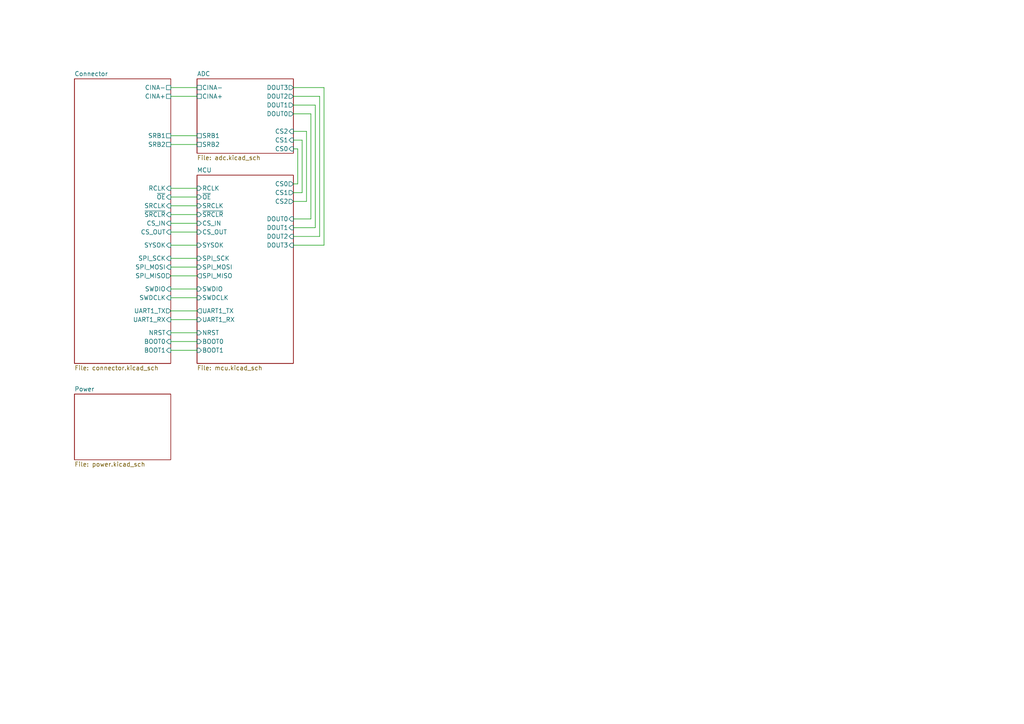
<source format=kicad_sch>
(kicad_sch (version 20230121) (generator eeschema)

  (uuid edce6e4b-dbee-4006-90c7-70e47f82b9ee)

  (paper "A4")

  (title_block
    (title "YEG Channel Board")
    (date "2024-02-07")
    (rev "1")
    (company "Yet Another AI Ltd.")
  )

  (lib_symbols
  )


  (wire (pts (xy 85.09 27.94) (xy 92.71 27.94))
    (stroke (width 0) (type default))
    (uuid 003dae8a-43c4-46c2-9e5a-69c5f37f108e)
  )
  (wire (pts (xy 49.53 99.06) (xy 57.15 99.06))
    (stroke (width 0) (type default))
    (uuid 053fc2b7-a830-43fb-a9de-4340507e574b)
  )
  (wire (pts (xy 49.53 64.77) (xy 57.15 64.77))
    (stroke (width 0) (type default))
    (uuid 1ae9f91a-057e-4389-b685-1aa2567df324)
  )
  (wire (pts (xy 93.98 25.4) (xy 85.09 25.4))
    (stroke (width 0) (type default))
    (uuid 1cc5eb09-98b6-4a44-b59f-a86a597dff6b)
  )
  (wire (pts (xy 49.53 54.61) (xy 57.15 54.61))
    (stroke (width 0) (type default))
    (uuid 1f6e3be1-2aee-4674-9d93-c143308136c6)
  )
  (wire (pts (xy 85.09 66.04) (xy 91.44 66.04))
    (stroke (width 0) (type default))
    (uuid 219ce32e-3a63-4096-8e91-8e1e8fd0fa72)
  )
  (wire (pts (xy 49.53 92.71) (xy 57.15 92.71))
    (stroke (width 0) (type default))
    (uuid 26aac460-29ae-4b95-87ac-73d76ac9918a)
  )
  (wire (pts (xy 87.63 40.64) (xy 87.63 55.88))
    (stroke (width 0) (type default))
    (uuid 26c131a8-6d38-401a-9522-608ebed555e7)
  )
  (wire (pts (xy 49.53 96.52) (xy 57.15 96.52))
    (stroke (width 0) (type default))
    (uuid 2b0e6ab8-70ba-45a2-a3d6-d7e930e15a0d)
  )
  (wire (pts (xy 85.09 71.12) (xy 93.98 71.12))
    (stroke (width 0) (type default))
    (uuid 497400e3-d010-48c6-8f75-a126dce17564)
  )
  (wire (pts (xy 49.53 80.01) (xy 57.15 80.01))
    (stroke (width 0) (type default))
    (uuid 4ace89a6-1832-4ea3-8654-65fd83de827b)
  )
  (wire (pts (xy 49.53 62.23) (xy 57.15 62.23))
    (stroke (width 0) (type default))
    (uuid 500572b8-4287-451f-b049-ab778177197e)
  )
  (wire (pts (xy 91.44 66.04) (xy 91.44 30.48))
    (stroke (width 0) (type default))
    (uuid 5eaa52b0-cb5c-4e33-9ae2-02faf7989a6d)
  )
  (wire (pts (xy 86.36 53.34) (xy 86.36 43.18))
    (stroke (width 0) (type default))
    (uuid 632cedf1-05bb-4398-875e-335d6bedc899)
  )
  (wire (pts (xy 49.53 59.69) (xy 57.15 59.69))
    (stroke (width 0) (type default))
    (uuid 63f59783-2eba-4e2e-a9ea-d6de0a7428f8)
  )
  (wire (pts (xy 87.63 55.88) (xy 85.09 55.88))
    (stroke (width 0) (type default))
    (uuid 68d1435b-4e75-49da-b5e5-df26d498696c)
  )
  (wire (pts (xy 49.53 57.15) (xy 57.15 57.15))
    (stroke (width 0) (type default))
    (uuid 7569c48d-9d3c-44a9-9ed0-03da650254b2)
  )
  (wire (pts (xy 49.53 71.12) (xy 57.15 71.12))
    (stroke (width 0) (type default))
    (uuid 7b889d4d-ac7b-4e06-b53d-bb3ef4fb02ca)
  )
  (wire (pts (xy 49.53 83.82) (xy 57.15 83.82))
    (stroke (width 0) (type default))
    (uuid 7fd41c51-b1c1-4e38-ad2c-d55d62740994)
  )
  (wire (pts (xy 93.98 71.12) (xy 93.98 25.4))
    (stroke (width 0) (type default))
    (uuid 88d5df96-bbe3-4915-aaf6-5febbf9535ee)
  )
  (wire (pts (xy 86.36 43.18) (xy 85.09 43.18))
    (stroke (width 0) (type default))
    (uuid 8f13c025-9a3d-483e-a64f-ad21c9c715ba)
  )
  (wire (pts (xy 91.44 30.48) (xy 85.09 30.48))
    (stroke (width 0) (type default))
    (uuid 95dd911b-e330-4429-a1ed-749b18324695)
  )
  (wire (pts (xy 85.09 40.64) (xy 87.63 40.64))
    (stroke (width 0) (type default))
    (uuid 9749535d-e2b0-4f2f-970e-bda8ee0b9343)
  )
  (wire (pts (xy 49.53 101.6) (xy 57.15 101.6))
    (stroke (width 0) (type default))
    (uuid 9fa71aa0-d43c-4884-a7ed-a20521d410fc)
  )
  (wire (pts (xy 90.17 33.02) (xy 90.17 63.5))
    (stroke (width 0) (type default))
    (uuid a085a170-0c0a-40ef-95fa-1b153abc16bf)
  )
  (wire (pts (xy 49.53 25.4) (xy 57.15 25.4))
    (stroke (width 0) (type default))
    (uuid a26c0879-204e-40ab-8949-6d9da97efa4a)
  )
  (wire (pts (xy 49.53 86.36) (xy 57.15 86.36))
    (stroke (width 0) (type default))
    (uuid a682f15f-aa25-475b-ad38-4a2c741b2bfe)
  )
  (wire (pts (xy 88.9 58.42) (xy 88.9 38.1))
    (stroke (width 0) (type default))
    (uuid a7b6111b-2199-42fd-ad23-52843cc1388d)
  )
  (wire (pts (xy 49.53 39.37) (xy 57.15 39.37))
    (stroke (width 0) (type default))
    (uuid b12c5443-a9f6-4d92-b240-ced13f3d213d)
  )
  (wire (pts (xy 49.53 67.31) (xy 57.15 67.31))
    (stroke (width 0) (type default))
    (uuid bc0f845a-718b-4610-ac5d-1c0c63cdaa96)
  )
  (wire (pts (xy 88.9 38.1) (xy 85.09 38.1))
    (stroke (width 0) (type default))
    (uuid c7b3c974-3f8e-46de-b8a1-b23e80dfc3ac)
  )
  (wire (pts (xy 85.09 53.34) (xy 86.36 53.34))
    (stroke (width 0) (type default))
    (uuid cf5d6cc2-d202-498b-affb-65f37df4c57b)
  )
  (wire (pts (xy 90.17 63.5) (xy 85.09 63.5))
    (stroke (width 0) (type default))
    (uuid d5221d48-b98d-4c98-b2ef-5e5a30ee51f8)
  )
  (wire (pts (xy 49.53 77.47) (xy 57.15 77.47))
    (stroke (width 0) (type default))
    (uuid d7c50b22-9599-4864-bda1-b5df7c5bbe23)
  )
  (wire (pts (xy 49.53 27.94) (xy 57.15 27.94))
    (stroke (width 0) (type default))
    (uuid da61c07f-2849-400d-8517-ab703a038fa2)
  )
  (wire (pts (xy 92.71 27.94) (xy 92.71 68.58))
    (stroke (width 0) (type default))
    (uuid dacb28bb-e166-44f8-80b5-796e49f866b0)
  )
  (wire (pts (xy 49.53 41.91) (xy 57.15 41.91))
    (stroke (width 0) (type default))
    (uuid dc4f6853-3efd-45df-bd83-5850175dda04)
  )
  (wire (pts (xy 85.09 58.42) (xy 88.9 58.42))
    (stroke (width 0) (type default))
    (uuid e94af9c8-500b-4007-bf70-0f3ea36074de)
  )
  (wire (pts (xy 49.53 74.93) (xy 57.15 74.93))
    (stroke (width 0) (type default))
    (uuid ee1af940-d5e6-45ba-8a81-fc4efa194bbd)
  )
  (wire (pts (xy 49.53 90.17) (xy 57.15 90.17))
    (stroke (width 0) (type default))
    (uuid f543e161-55ff-4b03-b377-07818522765d)
  )
  (wire (pts (xy 85.09 33.02) (xy 90.17 33.02))
    (stroke (width 0) (type default))
    (uuid feca7b3a-7d45-4f62-bcde-779c4a14fc95)
  )
  (wire (pts (xy 92.71 68.58) (xy 85.09 68.58))
    (stroke (width 0) (type default))
    (uuid fef233b7-664f-47e4-8568-cc599d880e4f)
  )

  (sheet (at 21.59 114.3) (size 27.94 19.05) (fields_autoplaced)
    (stroke (width 0.1524) (type solid))
    (fill (color 0 0 0 0.0000))
    (uuid 7c2cc44e-c50b-411c-8e87-9b63e86eea9e)
    (property "Sheetname" "Power" (at 21.59 113.5884 0)
      (effects (font (size 1.27 1.27)) (justify left bottom))
    )
    (property "Sheetfile" "power.kicad_sch" (at 21.59 133.9346 0)
      (effects (font (size 1.27 1.27)) (justify left top))
    )
    (instances
      (project "yeg-channel"
        (path "/edce6e4b-dbee-4006-90c7-70e47f82b9ee" (page "2"))
      )
    )
  )

  (sheet (at 57.15 50.8) (size 27.94 54.61) (fields_autoplaced)
    (stroke (width 0.1524) (type solid))
    (fill (color 0 0 0 0.0000))
    (uuid ad95453f-f0f1-4f97-be17-af84b4f59281)
    (property "Sheetname" "MCU" (at 57.15 50.0884 0)
      (effects (font (size 1.27 1.27)) (justify left bottom))
    )
    (property "Sheetfile" "mcu.kicad_sch" (at 57.15 105.9946 0)
      (effects (font (size 1.27 1.27)) (justify left top))
    )
    (pin "BOOT0" input (at 57.15 99.06 180)
      (effects (font (size 1.27 1.27)) (justify left))
      (uuid b94cc3c4-78d8-431e-856c-7cf51ff6ee00)
    )
    (pin "NRST" input (at 57.15 96.52 180)
      (effects (font (size 1.27 1.27)) (justify left))
      (uuid dd5fd151-1fe2-4961-a5f5-6207d4897609)
    )
    (pin "BOOT1" input (at 57.15 101.6 180)
      (effects (font (size 1.27 1.27)) (justify left))
      (uuid 353efdb9-8891-4cb9-acbb-4559723b143f)
    )
    (pin "CS1" output (at 85.09 55.88 0)
      (effects (font (size 1.27 1.27)) (justify right))
      (uuid 822b7b39-bb29-42f5-a325-e24d4c6fe25c)
    )
    (pin "CS2" output (at 85.09 58.42 0)
      (effects (font (size 1.27 1.27)) (justify right))
      (uuid aa2fee58-112e-4540-8273-78fcec3f71df)
    )
    (pin "CS0" output (at 85.09 53.34 0)
      (effects (font (size 1.27 1.27)) (justify right))
      (uuid 0d13aa6b-886b-440c-8bd1-576102e7fd53)
    )
    (pin "DOUT0" input (at 85.09 63.5 0)
      (effects (font (size 1.27 1.27)) (justify right))
      (uuid 64088942-a1d3-4b27-8438-1e31655a5176)
    )
    (pin "DOUT1" input (at 85.09 66.04 0)
      (effects (font (size 1.27 1.27)) (justify right))
      (uuid 22cecfe0-ae7f-49cc-948b-adf083322cb0)
    )
    (pin "DOUT2" input (at 85.09 68.58 0)
      (effects (font (size 1.27 1.27)) (justify right))
      (uuid f9740443-117a-4fb3-bfa5-f9025dcae80f)
    )
    (pin "UART1_RX" input (at 57.15 92.71 180)
      (effects (font (size 1.27 1.27)) (justify left))
      (uuid 9f1f166c-f1fd-4260-a75a-c711dade3ddd)
    )
    (pin "SWDCLK" input (at 57.15 86.36 180)
      (effects (font (size 1.27 1.27)) (justify left))
      (uuid e7597e0e-69aa-4e78-935a-3d415db0b505)
    )
    (pin "SWDIO" input (at 57.15 83.82 180)
      (effects (font (size 1.27 1.27)) (justify left))
      (uuid ec6e5a16-0242-43da-a605-f736262b3bac)
    )
    (pin "UART1_TX" output (at 57.15 90.17 180)
      (effects (font (size 1.27 1.27)) (justify left))
      (uuid bf5ae243-c2d4-46d5-8edf-11547a1c0642)
    )
    (pin "DOUT3" input (at 85.09 71.12 0)
      (effects (font (size 1.27 1.27)) (justify right))
      (uuid 8dc8edac-e6f8-42bf-a448-aaba83a54a60)
    )
    (pin "SPI_MISO" output (at 57.15 80.01 180)
      (effects (font (size 1.27 1.27)) (justify left))
      (uuid 5f48f121-3f24-4775-93c1-31c455323ec4)
    )
    (pin "SPI_MOSI" input (at 57.15 77.47 180)
      (effects (font (size 1.27 1.27)) (justify left))
      (uuid 2ce50627-40ea-460e-a1fe-92d6343db23a)
    )
    (pin "SPI_SCK" input (at 57.15 74.93 180)
      (effects (font (size 1.27 1.27)) (justify left))
      (uuid 6b663a3b-ac23-4ae9-9c85-5f0bb9ef1cfa)
    )
    (pin "CS_OUT" input (at 57.15 67.31 180)
      (effects (font (size 1.27 1.27)) (justify left))
      (uuid add5626b-e37a-4e1e-a22d-1bdfc987bed6)
    )
    (pin "RCLK" input (at 57.15 54.61 180)
      (effects (font (size 1.27 1.27)) (justify left))
      (uuid b2dedc79-cabe-489b-a9da-50003589c06c)
    )
    (pin "~{OE}" input (at 57.15 57.15 180)
      (effects (font (size 1.27 1.27)) (justify left))
      (uuid d9363d97-acc7-4cca-982e-59749fa7e316)
    )
    (pin "SRCLK" input (at 57.15 59.69 180)
      (effects (font (size 1.27 1.27)) (justify left))
      (uuid 0fc77d56-94db-4e07-af2b-07c3b7131687)
    )
    (pin "~{SRCLR}" input (at 57.15 62.23 180)
      (effects (font (size 1.27 1.27)) (justify left))
      (uuid 7737f1ae-1785-4261-a916-81b130d5a2da)
    )
    (pin "CS_IN" input (at 57.15 64.77 180)
      (effects (font (size 1.27 1.27)) (justify left))
      (uuid ce23f448-d7e6-4870-bd8d-1d390f27a101)
    )
    (pin "SYSOK" input (at 57.15 71.12 180)
      (effects (font (size 1.27 1.27)) (justify left))
      (uuid 2487b591-d390-4c1f-8251-7e45519e66b2)
    )
    (instances
      (project "yeg-channel"
        (path "/edce6e4b-dbee-4006-90c7-70e47f82b9ee" (page "3"))
      )
    )
  )

  (sheet (at 21.59 22.86) (size 27.94 82.55) (fields_autoplaced)
    (stroke (width 0.1524) (type solid))
    (fill (color 0 0 0 0.0000))
    (uuid f5fcc3d1-5b44-4066-a840-e185e147657a)
    (property "Sheetname" "Connector" (at 21.59 22.1484 0)
      (effects (font (size 1.27 1.27)) (justify left bottom))
    )
    (property "Sheetfile" "connector.kicad_sch" (at 21.59 105.9946 0)
      (effects (font (size 1.27 1.27)) (justify left top))
    )
    (pin "SWDIO" input (at 49.53 83.82 0)
      (effects (font (size 1.27 1.27)) (justify right))
      (uuid b2a43689-9f62-4814-8643-ad527da9aaa6)
    )
    (pin "SWDCLK" input (at 49.53 86.36 0)
      (effects (font (size 1.27 1.27)) (justify right))
      (uuid 5a05de15-1110-4a82-ade1-1fac9bc0b5f9)
    )
    (pin "UART1_RX" input (at 49.53 92.71 0)
      (effects (font (size 1.27 1.27)) (justify right))
      (uuid 2f9422e2-bf83-4dbe-892d-4aa319107579)
    )
    (pin "~{SRCLR}" input (at 49.53 62.23 0)
      (effects (font (size 1.27 1.27)) (justify right))
      (uuid 9f2fa38f-f7c5-4a4d-8ff8-c0a54eefcfe0)
    )
    (pin "CS_IN" input (at 49.53 64.77 0)
      (effects (font (size 1.27 1.27)) (justify right))
      (uuid 7e8c7099-6e78-4cc6-becd-eee01f19f5ed)
    )
    (pin "SRCLK" input (at 49.53 59.69 0)
      (effects (font (size 1.27 1.27)) (justify right))
      (uuid 28510777-7cf2-42d3-94af-e976b98f2c12)
    )
    (pin "~{OE}" input (at 49.53 57.15 0)
      (effects (font (size 1.27 1.27)) (justify right))
      (uuid bad165bf-9b12-4dda-81ca-2937e91f9263)
    )
    (pin "SPI_MISO" output (at 49.53 80.01 0)
      (effects (font (size 1.27 1.27)) (justify right))
      (uuid c47214de-55aa-4f7d-85ea-8b982925f6b7)
    )
    (pin "SPI_MOSI" input (at 49.53 77.47 0)
      (effects (font (size 1.27 1.27)) (justify right))
      (uuid b25bd417-7c97-4f05-ae7d-d13f3c19f2b7)
    )
    (pin "RCLK" input (at 49.53 54.61 0)
      (effects (font (size 1.27 1.27)) (justify right))
      (uuid 09b3fadb-d124-4586-a0f3-9ff8ec0fb5bb)
    )
    (pin "SPI_SCK" input (at 49.53 74.93 0)
      (effects (font (size 1.27 1.27)) (justify right))
      (uuid b22ff724-5005-4847-aff2-9d8cfbc1df68)
    )
    (pin "UART1_TX" output (at 49.53 90.17 0)
      (effects (font (size 1.27 1.27)) (justify right))
      (uuid e94f4b9b-9931-4740-85bf-f366dd805a8c)
    )
    (pin "SYSOK" input (at 49.53 71.12 0)
      (effects (font (size 1.27 1.27)) (justify right))
      (uuid 3108240b-d8f7-40b3-b735-5fdfc9353133)
    )
    (pin "CS_OUT" input (at 49.53 67.31 0)
      (effects (font (size 1.27 1.27)) (justify right))
      (uuid 33c18edd-0f59-4e7a-9f83-58c29437db9f)
    )
    (pin "BOOT0" input (at 49.53 99.06 0)
      (effects (font (size 1.27 1.27)) (justify right))
      (uuid b1a21f25-6611-41da-81f2-f1e612fc4ee0)
    )
    (pin "BOOT1" input (at 49.53 101.6 0)
      (effects (font (size 1.27 1.27)) (justify right))
      (uuid 5cf9f28a-542c-4b78-9565-4e28194e188d)
    )
    (pin "NRST" input (at 49.53 96.52 0)
      (effects (font (size 1.27 1.27)) (justify right))
      (uuid 229b8afb-371f-4d9a-b097-5502aeb4721c)
    )
    (pin "CINA-" passive (at 49.53 25.4 0)
      (effects (font (size 1.27 1.27)) (justify right))
      (uuid 74e48979-07df-47ef-8eb2-0dc43bb72793)
    )
    (pin "CINA+" passive (at 49.53 27.94 0)
      (effects (font (size 1.27 1.27)) (justify right))
      (uuid e5ab2929-d6c6-4cce-a334-95a89225ff5a)
    )
    (pin "SRB1" passive (at 49.53 39.37 0)
      (effects (font (size 1.27 1.27)) (justify right))
      (uuid 1eada56b-fcf2-4129-97c9-8eb229478bac)
    )
    (pin "SRB2" passive (at 49.53 41.91 0)
      (effects (font (size 1.27 1.27)) (justify right))
      (uuid 97d21787-4ff0-47da-94ba-36e49578a7d7)
    )
    (instances
      (project "yeg-channel"
        (path "/edce6e4b-dbee-4006-90c7-70e47f82b9ee" (page "5"))
      )
    )
  )

  (sheet (at 57.15 22.86) (size 27.94 21.59) (fields_autoplaced)
    (stroke (width 0.1524) (type solid))
    (fill (color 0 0 0 0.0000))
    (uuid f9667ef1-4e46-41e1-a5e4-f6ce5d2d23c2)
    (property "Sheetname" "ADC" (at 57.15 22.1484 0)
      (effects (font (size 1.27 1.27)) (justify left bottom))
    )
    (property "Sheetfile" "adc.kicad_sch" (at 57.15 45.0346 0)
      (effects (font (size 1.27 1.27)) (justify left top))
    )
    (pin "DOUT3" output (at 85.09 25.4 0)
      (effects (font (size 1.27 1.27)) (justify right))
      (uuid d18ea774-4d05-45cd-a0b6-0b547a3ecafd)
    )
    (pin "CINA-" passive (at 57.15 25.4 180)
      (effects (font (size 1.27 1.27)) (justify left))
      (uuid 7b88162c-5aee-4713-9c3a-df7251b29df0)
    )
    (pin "CINA+" passive (at 57.15 27.94 180)
      (effects (font (size 1.27 1.27)) (justify left))
      (uuid c373d779-e459-4e3c-9c7a-c0e7bbe3d518)
    )
    (pin "DOUT2" output (at 85.09 27.94 0)
      (effects (font (size 1.27 1.27)) (justify right))
      (uuid f5c73147-0c98-46df-a38f-d842d2804ce0)
    )
    (pin "CS1" input (at 85.09 40.64 0)
      (effects (font (size 1.27 1.27)) (justify right))
      (uuid 7cfcd2e4-327a-4d09-8e0b-4d0ab8f7d3ac)
    )
    (pin "CS2" input (at 85.09 38.1 0)
      (effects (font (size 1.27 1.27)) (justify right))
      (uuid 40695d50-b826-4c1b-92a7-eaf36bd0ff3a)
    )
    (pin "CS0" input (at 85.09 43.18 0)
      (effects (font (size 1.27 1.27)) (justify right))
      (uuid ba08be34-6160-4e19-b248-a231cae31933)
    )
    (pin "DOUT0" output (at 85.09 33.02 0)
      (effects (font (size 1.27 1.27)) (justify right))
      (uuid a5ec2a7c-746a-46ae-9357-2869ad420ce7)
    )
    (pin "DOUT1" output (at 85.09 30.48 0)
      (effects (font (size 1.27 1.27)) (justify right))
      (uuid 4e0e0621-5691-4a15-81d2-bb888b031f60)
    )
    (pin "SRB2" passive (at 57.15 41.91 180)
      (effects (font (size 1.27 1.27)) (justify left))
      (uuid b2a6338d-0567-4b81-ae42-49a56d9d67f7)
    )
    (pin "SRB1" passive (at 57.15 39.37 180)
      (effects (font (size 1.27 1.27)) (justify left))
      (uuid b8916a5c-5516-4f91-91d8-afac67d6f97d)
    )
    (instances
      (project "yeg-channel"
        (path "/edce6e4b-dbee-4006-90c7-70e47f82b9ee" (page "4"))
      )
    )
  )

  (sheet_instances
    (path "/" (page "1"))
  )
)

</source>
